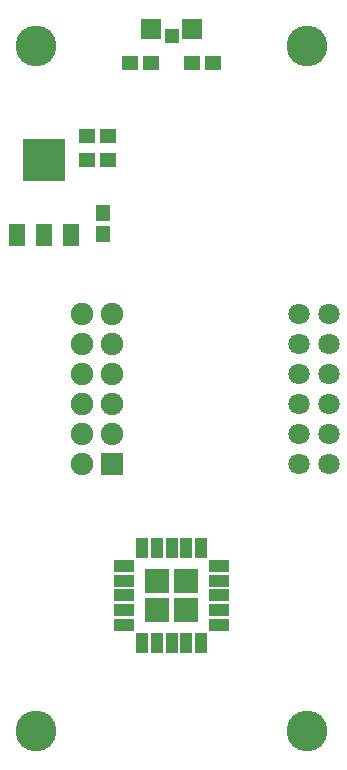
<source format=gbr>
G04 DesignSpark PCB PRO Gerber Version 10.0 Build 5299*
G04 #@! TF.Part,Single*
G04 #@! TF.FileFunction,Soldermask,Top*
G04 #@! TF.FilePolarity,Negative*
%FSLAX35Y35*%
%MOIN*%
G04 #@! TA.AperFunction,SMDPad,CuDef*
%ADD92R,0.04150X0.06906*%
%ADD91R,0.04937X0.05291*%
%ADD89R,0.05724X0.07299*%
%ADD90R,0.13992X0.13992*%
%ADD153R,0.04543X0.04543*%
%ADD95R,0.06906X0.06906*%
G04 #@! TA.AperFunction,ComponentPad*
%ADD150R,0.07496X0.07496*%
G04 #@! TA.AperFunction,SMDPad,CuDef*
%ADD94R,0.08087X0.08087*%
G04 #@! TA.AperFunction,ComponentPad*
%ADD87C,0.07102*%
%ADD151C,0.07496*%
G04 #@! TA.AperFunction,SMDPad,CuDef*
%ADD93R,0.06906X0.04150*%
%ADD88R,0.05291X0.04937*%
G04 #@! TA.AperFunction,WasherPad*
%ADD86C,0.13598*%
G04 #@! TD.AperFunction*
X0Y0D02*
D02*
D86*
X27953Y24016D03*
Y252362D03*
X118504Y24016D03*
Y252362D03*
D02*
D87*
X115591Y113189D03*
Y123189D03*
Y133189D03*
Y143189D03*
Y153189D03*
Y163189D03*
X125591Y113189D03*
Y123189D03*
Y133189D03*
Y143189D03*
Y153189D03*
Y163189D03*
D02*
D88*
X44925Y214567D03*
Y222441D03*
X51925Y214567D03*
Y222441D03*
X59492Y246850D03*
X66492D03*
X79965D03*
X86965D03*
D02*
D89*
X21670Y189392D03*
X30725D03*
X39780D03*
D02*
D90*
X30725Y214589D03*
D02*
D91*
X50394Y189807D03*
Y196807D03*
D02*
D92*
X63386Y53543D03*
Y85039D03*
X68307Y53543D03*
Y85039D03*
X73228Y53543D03*
Y85039D03*
X78150Y53543D03*
Y85039D03*
X83071Y53543D03*
Y85039D03*
D02*
D93*
X57480Y59449D03*
Y64370D03*
Y69291D03*
Y74213D03*
Y79134D03*
X88976Y59449D03*
Y64370D03*
Y69291D03*
Y74213D03*
Y79134D03*
D02*
D94*
X68307Y64370D03*
Y74213D03*
X78150Y64370D03*
Y74213D03*
D02*
D95*
X66339Y258268D03*
X80118D03*
D02*
D150*
X53543Y113189D03*
D02*
D151*
X43543D03*
Y123189D03*
Y133189D03*
Y143189D03*
Y153189D03*
Y163189D03*
X53543Y123189D03*
Y133189D03*
Y143189D03*
Y153189D03*
Y163189D03*
D02*
D153*
X73228Y255709D03*
X0Y0D02*
M02*

</source>
